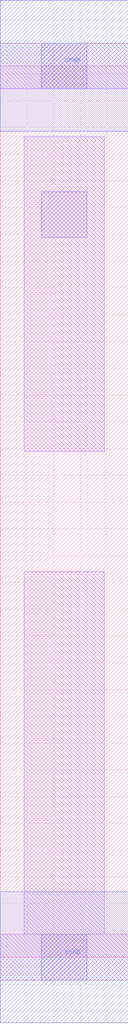
<source format=lef>
# Copyright 2020 The SkyWater PDK Authors
#
# Licensed under the Apache License, Version 2.0 (the "License");
# you may not use this file except in compliance with the License.
# You may obtain a copy of the License at
#
#     https://www.apache.org/licenses/LICENSE-2.0
#
# Unless required by applicable law or agreed to in writing, software
# distributed under the License is distributed on an "AS IS" BASIS,
# WITHOUT WARRANTIES OR CONDITIONS OF ANY KIND, either express or implied.
# See the License for the specific language governing permissions and
# limitations under the License.
#
# SPDX-License-Identifier: Apache-2.0

VERSION 5.5 ;
NAMESCASESENSITIVE ON ;
BUSBITCHARS "[]" ;
DIVIDERCHAR "/" ;
MACRO sky130_fd_sc_ls__tapvgnd_1
  CLASS CORE ;
  SOURCE USER ;
  ORIGIN  0.000000  0.000000 ;
  SIZE  0.480000 BY  3.330000 ;
  SYMMETRY X Y ;
  SITE unit ;
  PIN VGND
    DIRECTION INOUT ;
    SHAPE ABUTMENT ;
    USE GROUND ;
    PORT
      LAYER met1 ;
        RECT 0.000000 -0.245000 0.480000 0.245000 ;
    END
  END VGND
  PIN VPWR
    DIRECTION INOUT ;
    SHAPE ABUTMENT ;
    USE POWER ;
    PORT
      LAYER met1 ;
        RECT 0.000000 3.085000 0.480000 3.575000 ;
    END
  END VPWR
  OBS
    LAYER li1 ;
      RECT 0.000000 -0.085000 0.480000 0.085000 ;
      RECT 0.000000  3.245000 0.480000 3.415000 ;
      RECT 0.090000  0.085000 0.390000 1.440000 ;
      RECT 0.090000  1.890000 0.390000 3.065000 ;
    LAYER mcon ;
      RECT 0.155000 -0.085000 0.325000 0.085000 ;
      RECT 0.155000  2.690000 0.325000 2.860000 ;
      RECT 0.155000  3.245000 0.325000 3.415000 ;
  END
END sky130_fd_sc_ls__tapvgnd_1

</source>
